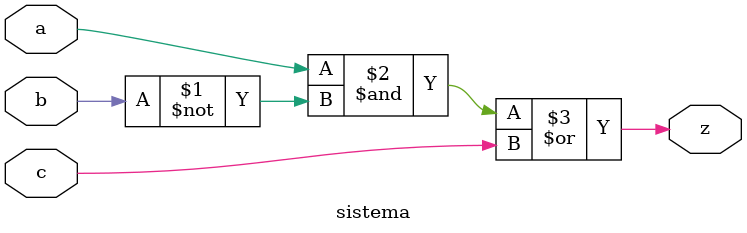
<source format=sv>
module sistema (
	input logic   a,
	input logic   b,
	input logic   c,
	output logic  z);

   assign z = (a & (~b))|c;

endmodule

</source>
